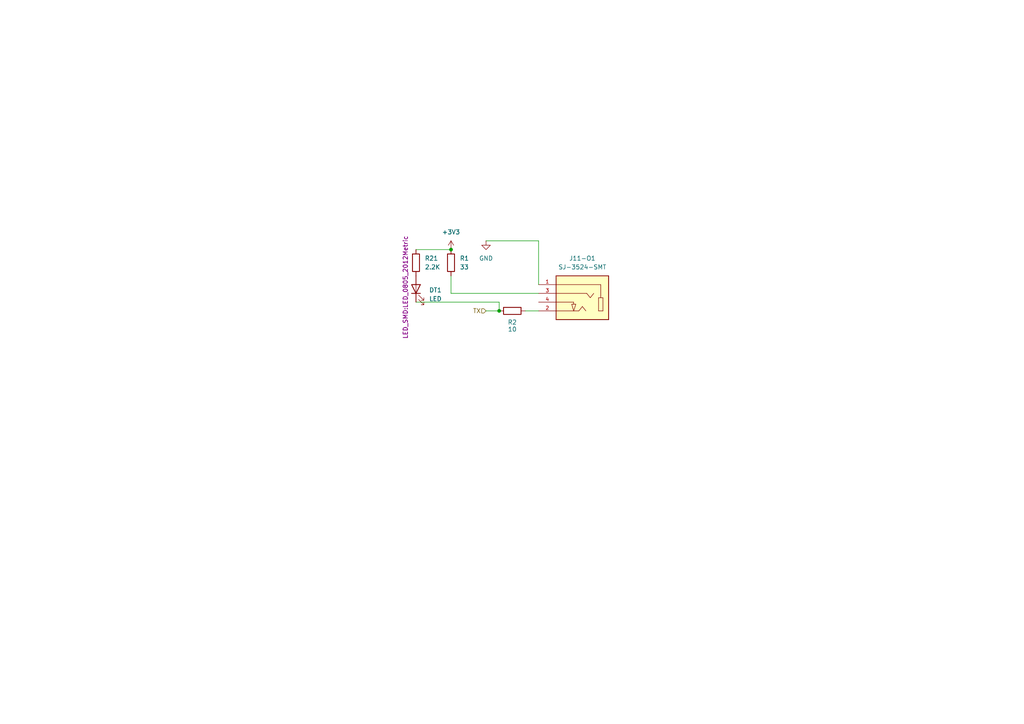
<source format=kicad_sch>
(kicad_sch (version 20231120) (generator "eeschema") (generator_version "8.0")
  (paper "A4")
  (lib_symbols
    (symbol "Device:LED" (pin_numbers hide) (pin_names (offset 1.016) hide)
      (property "Reference" "D" (at 0 2.54 0))
      (property "Value" "LED" (at 0 -2.54 0))
      (symbol "LED_0_1"
        (polyline (pts (xy -1.27 -1.27) (xy -1.27 1.27)) (stroke (width 0.254)))
        (polyline (pts (xy -1.27 0) (xy 1.27 0)))
        (polyline (pts (xy 1.27 -1.27) (xy 1.27 1.27) (xy -1.27 0) (xy 1.27 -1.27)) (stroke (width 0.254)))
        (polyline (pts (xy -3.048 -0.762) (xy -4.572 -2.286) (xy -3.81 -2.286) (xy -4.572 -2.286) (xy -4.572 -1.524)))
        (polyline (pts (xy -1.778 -0.762) (xy -3.302 -2.286) (xy -2.54 -2.286) (xy -3.302 -2.286) (xy -3.302 -1.524)))
      )
      (symbol "LED_1_1"
        (pin passive line (at -3.81 0 0) (length 2.54) (name "K") (number "1"))
        (pin passive line (at 3.81 0 180) (length 2.54) (name "A") (number "2"))
      )
    )
    (symbol "Device:R" (pin_numbers hide) (pin_names (offset 0))
      (property "Reference" "R" (at 2.032 0 90))
      (property "Value" "R" (at 0 0 90))
      (symbol "R_0_1"
        (rectangle (start -1.016 -2.54) (end 1.016 2.54) (stroke (width 0.254)))
      )
      (symbol "R_1_1"
        (pin passive line (at 0 3.81 270) (length 1.27) (name "~") (number "1"))
        (pin passive line (at 0 -3.81 90) (length 1.27) (name "~") (number "2"))
      )
    )
    (symbol "MIDI_projects:SJ-3524-SMT" (pin_names (offset 1.016))
      (property "Reference" "J" (at -7.637 8.2738 0))
      (property "Value" "SJ-3524-SMT" (at -7.6519 -7.6606 0))
      (symbol "SJ-3524-SMT_0_0"
        (rectangle (start -7.62 -5.08) (end 7.62 7.62) (stroke (width 0.254)) (fill (type background)))
        (polyline (pts (xy -5.969 -2.54) (xy -4.699 -2.54)) (stroke (width 0.1524)))
        (polyline (pts (xy -5.969 1.27) (xy -5.969 -2.54)) (stroke (width 0.1524)))
        (polyline (pts (xy -5.334 1.27) (xy -5.969 1.27)) (stroke (width 0.1524)))
        (polyline (pts (xy -5.334 1.27) (xy -5.334 5.08)) (stroke (width 0.1524)))
        (polyline (pts (xy -5.334 5.08) (xy 7.62 5.08)) (stroke (width 0.1524)))
        (polyline (pts (xy -4.699 -2.54) (xy -4.699 1.27)) (stroke (width 0.1524)))
        (polyline (pts (xy -4.699 1.27) (xy -5.334 1.27)) (stroke (width 0.1524)))
        (polyline (pts (xy -2.286 1.27) (xy -3.302 2.54)) (stroke (width 0.1524)))
        (polyline (pts (xy -1.27 2.54) (xy -2.286 1.27)) (stroke (width 0.1524)))
        (polyline (pts (xy -1.016 -2.54) (xy 0 -1.27)) (stroke (width 0.1524)))
        (polyline (pts (xy 0 -1.27) (xy 1.016 -2.54)) (stroke (width 0.1524)))
        (polyline (pts (xy 1.9 -0.6) (xy 2.5 -2.53)) (stroke (width 0.1524)))
        (polyline (pts (xy 1.9 -0.6) (xy 3.09 -0.6)) (stroke (width 0.1524)))
        (polyline (pts (xy 2.53 -2.52) (xy 2.53 -2.53)) (stroke (width 0.1524)))
        (polyline (pts (xy 2.54 0) (xy 2.54 -0.62)) (stroke (width 0.1524)))
        (polyline (pts (xy 2.54 0) (xy 7.62 0)) (stroke (width 0.1524)))
        (polyline (pts (xy 3.09 -0.6) (xy 2.53 -2.52)) (stroke (width 0.1524)))
        (polyline (pts (xy 7.62 -2.54) (xy 1.016 -2.54)) (stroke (width 0.1524)))
        (polyline (pts (xy 7.62 2.54) (xy -1.27 2.54)) (stroke (width 0.1524)))
        (pin passive line (at 12.7 5.08 180) (length 5.08) (name "~") (number "1"))
        (pin passive line (at 12.7 -2.54 180) (length 5.08) (name "~") (number "2"))
        (pin passive line (at 12.7 2.54 180) (length 5.08) (name "~") (number "3"))
        (pin passive line (at 12.7 0 180) (length 5.08) (name "~") (number "4"))
      )
    )
    (symbol "power:+3V3" (power) (pin_numbers hide) (pin_names (offset 0) hide)
      (property "Value" "+3V3" (at 0 3.556 0))
      (symbol "+3V3_0_1"
        (polyline (pts (xy -0.762 1.27) (xy 0 2.54)))
        (polyline (pts (xy 0 0) (xy 0 2.54)))
        (polyline (pts (xy 0 2.54) (xy 0.762 1.27)))
      )
      (symbol "+3V3_1_1"
        (pin power_in line (at 0 0 90) (length 0) (name "~") (number "1"))
      )
    )
    (symbol "power:GND" (power) (pin_numbers hide) (pin_names (offset 0) hide)
      (property "Value" "GND" (at 0 -3.81 0))
      (symbol "GND_0_1"
        (polyline (pts (xy 0 0) (xy 0 -1.27) (xy 1.27 -1.27) (xy 0 -2.54) (xy -1.27 -1.27) (xy 0 -1.27)))
      )
      (symbol "GND_1_1"
        (pin power_in line (at 0 0 270) (length 0) (name "~") (number "1"))
      )
    )
  )
  (junction (at 130.81 72.39))
  (junction (at 144.78 90.17))
  (wire (pts (xy 130.81 85.09) (xy 130.81 80.01)))
  (wire (pts (xy 140.97 90.17) (xy 144.78 90.17)))
  (wire (pts (xy 152.4 90.17) (xy 156.21 90.17)))
  (wire (pts (xy 144.78 87.63) (xy 144.78 90.17)))
  (wire (pts (xy 140.97 69.85) (xy 156.21 69.85)))
  (wire (pts (xy 120.65 87.63) (xy 144.78 87.63)))
  (wire (pts (xy 130.81 85.09) (xy 156.21 85.09)))
  (wire (pts (xy 156.21 69.85) (xy 156.21 82.55)))
  (wire (pts (xy 120.65 72.39) (xy 130.81 72.39)))
  (hierarchical_label "TX" (shape input) (at 140.97 90.17 180))
  (symbol (lib_id "Device:LED") (at 120.65 83.82 90) (unit 1)
    (property "Reference" "DT1" (at 124.46 84.1374 90) (effects (justify right)))
    (property "Value" "LED" (at 124.46 86.6774 90) (effects (justify right)))
    (property "Footprint" "LED_SMD:LED_0805_2012Metric" (at 117.602 83.312 0))
    (property "Description" "Light emitting diode" (effects (hide yes)))
    (instances (project "dinoctopus_v2" (path "" (reference "DT1") (unit 1)) (path "" (reference "DT2") (unit 1)) (path "" (reference "DT3") (unit 1)) (path "" (reference "DT4") (unit 1)) (path "" (reference "DT5") (unit 1))))
  )
  (symbol (lib_id "Device:R") (at 120.65 76.2 0) (unit 1)
    (property "Reference" "R21" (at 123.19 74.9299 0) (effects (justify left)))
    (property "Value" "2.2K" (at 123.19 77.4699 0) (effects (justify left)))
    (property "Footprint" "Resistor_SMD:R_1206_3216Metric_Pad1.30x1.75mm_HandSolder" (effects (hide yes)))
    (property "Description" "Resistor" (effects (hide yes)))
    (instances (project "dinoctopus_v2" (path "" (reference "R21") (unit 1)) (path "" (reference "R22") (unit 1)) (path "" (reference "R23") (unit 1)) (path "" (reference "R24") (unit 1)) (path "" (reference "R25") (unit 1))))
  )
  (symbol (lib_id "power:+3V3") (at 130.81 72.39 0) (unit 1)
    (property "Reference" "#PWR01" (effects (hide yes)))
    (property "Value" "+3V3" (at 130.81 67.31 0))
    (property "Description" "Power symbol creates a global label with name \"+3V3\"" (effects (hide yes)))
    (instances (project "dinoctopus_v2" (path "" (reference "#PWR01") (unit 1)) (path "" (reference "#PWR03") (unit 1)) (path "" (reference "#PWR05") (unit 1)) (path "" (reference "#PWR07") (unit 1)) (path "" (reference "#PWR09") (unit 1))))
  )
  (symbol (lib_id "Device:R") (at 130.81 76.2 0) (unit 1)
    (property "Reference" "R1" (at 133.35 74.9299 0) (effects (justify left)))
    (property "Value" "33" (at 133.35 77.4699 0) (effects (justify left)))
    (property "Footprint" "Resistor_SMD:R_1206_3216Metric_Pad1.30x1.75mm_HandSolder" (effects (hide yes)))
    (property "Description" "Resistor" (effects (hide yes)))
    (instances (project "dinoctopus_v2" (path "" (reference "R1") (unit 1)) (path "" (reference "R3") (unit 1)) (path "" (reference "R5") (unit 1)) (path "" (reference "R7") (unit 1)) (path "" (reference "R9") (unit 1))))
  )
  (symbol (lib_id "MIDI_projects:SJ-3524-SMT") (at 168.91 87.63 0) (mirror y) (unit 1)
    (property "Reference" "J11-O1" (at 168.91 74.93 0))
    (property "Value" "SJ-3524-SMT" (at 168.91 77.47 0))
    (property "Footprint" "MIDI_projects:CUI_SJ-3524-SMT" (effects (hide yes)))
    (property "PARTREV" "1.03" (effects (hide yes)))
    (property "MF" "CUI Inc" (effects (hide yes)))
    (instances (project "dinoctopus_v2" (path "" (reference "J11-O1") (unit 1)) (path "" (reference "J11-O2") (unit 1)) (path "" (reference "J11-O3") (unit 1)) (path "" (reference "J11-O4") (unit 1)) (path "" (reference "J11-O5") (unit 1))))
  )
  (symbol (lib_id "power:GND") (at 140.97 69.85 0) (unit 1)
    (property "Reference" "#PWR04" (effects (hide yes)))
    (property "Value" "GND" (at 140.97 74.93 0))
    (property "Description" "Power symbol creates a global label with name \"GND\" , ground" (effects (hide yes)))
    (instances (project "dinoctopus_v2" (path "" (reference "#PWR04") (unit 1)) (path "" (reference "#PWR06") (unit 1)) (path "" (reference "#PWR08") (unit 1)) (path "" (reference "#PWR0101") (unit 1)) (path "" (reference "#PWR010") (unit 1))))
  )
  (symbol (lib_id "Device:R") (at 148.59 90.17 90) (unit 1)
    (property "Reference" "R2" (at 148.59 93.472 90))
    (property "Value" "10" (at 148.59 95.504 90))
    (property "Footprint" "Resistor_SMD:R_1206_3216Metric_Pad1.30x1.75mm_HandSolder" (effects (hide yes)))
    (property "Description" "Resistor" (effects (hide yes)))
    (instances (project "dinoctopus_v2" (path "" (reference "R2") (unit 1)) (path "" (reference "R4") (unit 1)) (path "" (reference "R6") (unit 1)) (path "" (reference "R8") (unit 1)) (path "" (reference "R10") (unit 1))))
  )
)
</source>
